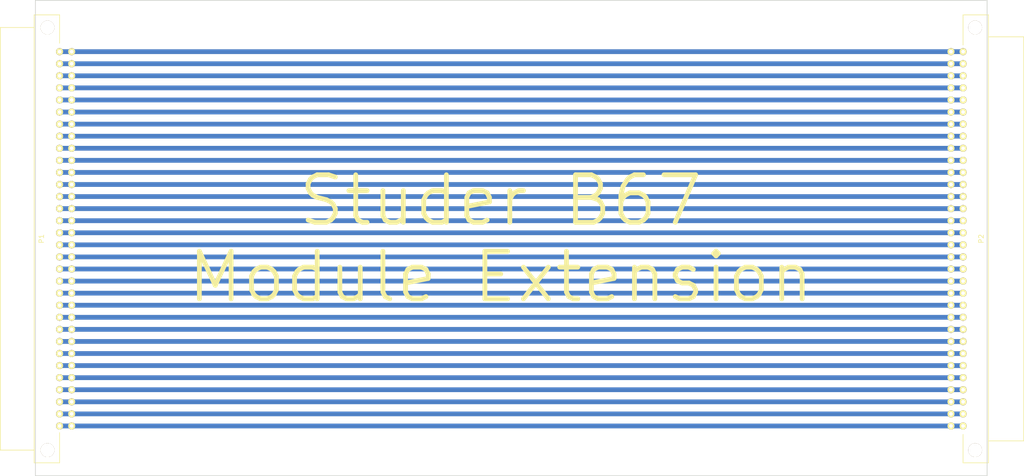
<source format=kicad_pcb>
(kicad_pcb (version 4) (host pcbnew 4.0.1-stable)

  (general
    (links 96)
    (no_connects 91)
    (area 43.108999 40.564999 258.810001 140.715001)
    (thickness 1.6)
    (drawings 5)
    (tracks 32)
    (zones 0)
    (modules 2)
    (nets 33)
  )

  (page A4)
  (title_block
    (title "Studer B67 Service Extension Board")
    (date 21.02.2016)
    (rev "v 1.0")
    (company "Wolfgang Reutz")
    (comment 1 "Use to calibrate Studer Modules")
  )

  (layers
    (0 F.Cu signal)
    (31 B.Cu signal)
    (32 B.Adhes user)
    (33 F.Adhes user)
    (34 B.Paste user)
    (35 F.Paste user)
    (36 B.SilkS user)
    (37 F.SilkS user)
    (38 B.Mask user)
    (39 F.Mask user)
    (40 Dwgs.User user)
    (41 Cmts.User user)
    (42 Eco1.User user)
    (43 Eco2.User user)
    (44 Edge.Cuts user)
    (45 Margin user)
    (46 B.CrtYd user)
    (47 F.CrtYd user)
    (48 B.Fab user)
    (49 F.Fab user)
  )

  (setup
    (last_trace_width 1)
    (trace_clearance 0.25)
    (zone_clearance 0.508)
    (zone_45_only no)
    (trace_min 0.2)
    (segment_width 0.2)
    (edge_width 0.15)
    (via_size 0.6)
    (via_drill 0.4)
    (via_min_size 0.4)
    (via_min_drill 0.3)
    (uvia_size 0.3)
    (uvia_drill 0.1)
    (uvias_allowed no)
    (uvia_min_size 0.2)
    (uvia_min_drill 0.1)
    (pcb_text_width 0.3)
    (pcb_text_size 1.5 1.5)
    (mod_edge_width 0.15)
    (mod_text_size 1 1)
    (mod_text_width 0.15)
    (pad_size 1.524 1.524)
    (pad_drill 0.762)
    (pad_to_mask_clearance 0.2)
    (aux_axis_origin 0 0)
    (visible_elements FFFFFF7F)
    (pcbplotparams
      (layerselection 0x01020_80000000)
      (usegerberextensions false)
      (excludeedgelayer true)
      (linewidth 0.100000)
      (plotframeref false)
      (viasonmask false)
      (mode 1)
      (useauxorigin false)
      (hpglpennumber 1)
      (hpglpenspeed 20)
      (hpglpendiameter 15)
      (hpglpenoverlay 2)
      (psnegative false)
      (psa4output false)
      (plotreference true)
      (plotvalue true)
      (plotinvisibletext false)
      (padsonsilk false)
      (subtractmaskfromsilk false)
      (outputformat 1)
      (mirror false)
      (drillshape 0)
      (scaleselection 1)
      (outputdirectory "CAM/Service Extension Board"))
  )

  (net 0 "")
  (net 1 "Net-(P1-PadA32)")
  (net 2 "Net-(P1-PadA31)")
  (net 3 "Net-(P1-PadA30)")
  (net 4 "Net-(P1-PadA29)")
  (net 5 "Net-(P1-PadA28)")
  (net 6 "Net-(P1-PadA27)")
  (net 7 "Net-(P1-PadA26)")
  (net 8 "Net-(P1-PadA25)")
  (net 9 "Net-(P1-PadA24)")
  (net 10 "Net-(P1-PadA23)")
  (net 11 "Net-(P1-PadA22)")
  (net 12 "Net-(P1-PadA21)")
  (net 13 "Net-(P1-PadA20)")
  (net 14 "Net-(P1-PadA19)")
  (net 15 "Net-(P1-PadA18)")
  (net 16 "Net-(P1-PadA17)")
  (net 17 "Net-(P1-PadA16)")
  (net 18 "Net-(P1-PadA15)")
  (net 19 "Net-(P1-PadA14)")
  (net 20 "Net-(P1-PadA13)")
  (net 21 "Net-(P1-PadA12)")
  (net 22 "Net-(P1-PadA11)")
  (net 23 "Net-(P1-PadA10)")
  (net 24 "Net-(P1-PadA9)")
  (net 25 "Net-(P1-PadA8)")
  (net 26 "Net-(P1-PadA7)")
  (net 27 "Net-(P1-PadA6)")
  (net 28 "Net-(P1-PadA5)")
  (net 29 "Net-(P1-PadA3)")
  (net 30 "Net-(P1-PadA4)")
  (net 31 "Net-(P1-PadA2)")
  (net 32 "Net-(P1-PadA1)")

  (net_class Default "This is the default net class."
    (clearance 0.25)
    (trace_width 1)
    (via_dia 0.6)
    (via_drill 0.4)
    (uvia_dia 0.3)
    (uvia_drill 0.1)
    (add_net "Net-(P1-PadA1)")
    (add_net "Net-(P1-PadA10)")
    (add_net "Net-(P1-PadA11)")
    (add_net "Net-(P1-PadA12)")
    (add_net "Net-(P1-PadA13)")
    (add_net "Net-(P1-PadA14)")
    (add_net "Net-(P1-PadA15)")
    (add_net "Net-(P1-PadA16)")
    (add_net "Net-(P1-PadA17)")
    (add_net "Net-(P1-PadA18)")
    (add_net "Net-(P1-PadA19)")
    (add_net "Net-(P1-PadA2)")
    (add_net "Net-(P1-PadA20)")
    (add_net "Net-(P1-PadA21)")
    (add_net "Net-(P1-PadA22)")
    (add_net "Net-(P1-PadA23)")
    (add_net "Net-(P1-PadA24)")
    (add_net "Net-(P1-PadA25)")
    (add_net "Net-(P1-PadA26)")
    (add_net "Net-(P1-PadA27)")
    (add_net "Net-(P1-PadA28)")
    (add_net "Net-(P1-PadA29)")
    (add_net "Net-(P1-PadA3)")
    (add_net "Net-(P1-PadA30)")
    (add_net "Net-(P1-PadA31)")
    (add_net "Net-(P1-PadA32)")
    (add_net "Net-(P1-PadA4)")
    (add_net "Net-(P1-PadA5)")
    (add_net "Net-(P1-PadA6)")
    (add_net "Net-(P1-PadA7)")
    (add_net "Net-(P1-PadA8)")
    (add_net "Net-(P1-PadA9)")
  )

  (module wreutz:Socket_DIN41612-CaseB1-Male_64Pin-2rows (layer F.Cu) (tedit 56CA344A) (tstamp 56CA880D)
    (at 57.15 90.805 270)
    (path /56C9FAE5)
    (fp_text reference P1 (at 0 5.08 270) (layer F.SilkS)
      (effects (font (size 1 1) (thickness 0.15)))
    )
    (fp_text value C64AB (at -2.54 11.43 270) (layer F.Fab)
      (effects (font (size 1 1) (thickness 0.15)))
    )
    (fp_line (start 44.45 6.604) (end 44.45 13.716) (layer F.SilkS) (width 0.15))
    (fp_line (start 44.45 13.716) (end -44.45 13.716) (layer F.SilkS) (width 0.15))
    (fp_line (start -44.45 13.716) (end -44.45 6.604) (layer F.SilkS) (width 0.15))
    (fp_line (start 47.117 1.27) (end 40.767 1.27) (layer F.SilkS) (width 0.15))
    (fp_line (start 47.117 1.27) (end 47.117 6.604) (layer F.SilkS) (width 0.15))
    (fp_line (start 47.117 6.604) (end -47.117 6.604) (layer F.SilkS) (width 0.15))
    (fp_line (start -47.117 6.604) (end -47.117 1.27) (layer F.SilkS) (width 0.15))
    (fp_line (start -47.117 1.27) (end -41.148 1.27) (layer F.SilkS) (width 0.15))
    (pad B32 thru_hole circle (at -39.37 1.27 90) (size 1.50114 1.50114) (drill 0.8001) (layers *.Cu *.Mask F.SilkS)
      (net 1 "Net-(P1-PadA32)"))
    (pad B31 thru_hole circle (at -36.83 1.27 90) (size 1.50114 1.50114) (drill 0.8001) (layers *.Cu *.Mask F.SilkS)
      (net 2 "Net-(P1-PadA31)"))
    (pad B30 thru_hole circle (at -34.29 1.27 90) (size 1.50114 1.50114) (drill 0.8001) (layers *.Cu *.Mask F.SilkS)
      (net 3 "Net-(P1-PadA30)"))
    (pad B29 thru_hole circle (at -31.75 1.27 90) (size 1.50114 1.50114) (drill 0.8001) (layers *.Cu *.Mask F.SilkS)
      (net 4 "Net-(P1-PadA29)"))
    (pad B28 thru_hole circle (at -29.21 1.27 90) (size 1.50114 1.50114) (drill 0.8001) (layers *.Cu *.Mask F.SilkS)
      (net 5 "Net-(P1-PadA28)"))
    (pad B27 thru_hole circle (at -26.67 1.27 90) (size 1.50114 1.50114) (drill 0.8001) (layers *.Cu *.Mask F.SilkS)
      (net 6 "Net-(P1-PadA27)"))
    (pad B26 thru_hole circle (at -24.13 1.27 90) (size 1.50114 1.50114) (drill 0.8001) (layers *.Cu *.Mask F.SilkS)
      (net 7 "Net-(P1-PadA26)"))
    (pad B25 thru_hole circle (at -21.59 1.27 90) (size 1.50114 1.50114) (drill 0.8001) (layers *.Cu *.Mask F.SilkS)
      (net 8 "Net-(P1-PadA25)"))
    (pad B24 thru_hole circle (at -19.05 1.27 90) (size 1.50114 1.50114) (drill 0.8001) (layers *.Cu *.Mask F.SilkS)
      (net 9 "Net-(P1-PadA24)"))
    (pad B23 thru_hole circle (at -16.51 1.27 90) (size 1.50114 1.50114) (drill 0.8001) (layers *.Cu *.Mask F.SilkS)
      (net 10 "Net-(P1-PadA23)"))
    (pad B22 thru_hole circle (at -13.97 1.27 90) (size 1.50114 1.50114) (drill 0.8001) (layers *.Cu *.Mask F.SilkS)
      (net 11 "Net-(P1-PadA22)"))
    (pad B21 thru_hole circle (at -11.43 1.27 90) (size 1.50114 1.50114) (drill 0.8001) (layers *.Cu *.Mask F.SilkS)
      (net 12 "Net-(P1-PadA21)"))
    (pad B20 thru_hole circle (at -8.89 1.27 90) (size 1.50114 1.50114) (drill 0.8001) (layers *.Cu *.Mask F.SilkS)
      (net 13 "Net-(P1-PadA20)"))
    (pad B19 thru_hole circle (at -6.35 1.27 90) (size 1.50114 1.50114) (drill 0.8001) (layers *.Cu *.Mask F.SilkS)
      (net 14 "Net-(P1-PadA19)"))
    (pad B18 thru_hole circle (at -3.81 1.27 90) (size 1.50114 1.50114) (drill 0.8001) (layers *.Cu *.Mask F.SilkS)
      (net 15 "Net-(P1-PadA18)"))
    (pad B17 thru_hole circle (at -1.27 1.27 90) (size 1.50114 1.50114) (drill 0.8001) (layers *.Cu *.Mask F.SilkS)
      (net 16 "Net-(P1-PadA17)"))
    (pad B16 thru_hole circle (at 1.27 1.27 90) (size 1.50114 1.50114) (drill 0.8001) (layers *.Cu *.Mask F.SilkS)
      (net 17 "Net-(P1-PadA16)"))
    (pad B15 thru_hole circle (at 3.81 1.27 90) (size 1.50114 1.50114) (drill 0.8001) (layers *.Cu *.Mask F.SilkS)
      (net 18 "Net-(P1-PadA15)"))
    (pad B14 thru_hole circle (at 6.35 1.27 90) (size 1.50114 1.50114) (drill 0.8001) (layers *.Cu *.Mask F.SilkS)
      (net 19 "Net-(P1-PadA14)"))
    (pad B13 thru_hole circle (at 8.89 1.27 90) (size 1.50114 1.50114) (drill 0.8001) (layers *.Cu *.Mask F.SilkS)
      (net 20 "Net-(P1-PadA13)"))
    (pad B12 thru_hole circle (at 11.43 1.27 90) (size 1.50114 1.50114) (drill 0.8001) (layers *.Cu *.Mask F.SilkS)
      (net 21 "Net-(P1-PadA12)"))
    (pad B11 thru_hole circle (at 13.97 1.27 90) (size 1.50114 1.50114) (drill 0.8001) (layers *.Cu *.Mask F.SilkS)
      (net 22 "Net-(P1-PadA11)"))
    (pad B10 thru_hole circle (at 16.51 1.27 90) (size 1.50114 1.50114) (drill 0.8001) (layers *.Cu *.Mask F.SilkS)
      (net 23 "Net-(P1-PadA10)"))
    (pad B9 thru_hole circle (at 19.05 1.27 90) (size 1.50114 1.50114) (drill 0.8001) (layers *.Cu *.Mask F.SilkS)
      (net 24 "Net-(P1-PadA9)"))
    (pad B8 thru_hole circle (at 21.59 1.27 90) (size 1.50114 1.50114) (drill 0.8001) (layers *.Cu *.Mask F.SilkS)
      (net 25 "Net-(P1-PadA8)"))
    (pad B7 thru_hole circle (at 24.13 1.27 90) (size 1.50114 1.50114) (drill 0.8001) (layers *.Cu *.Mask F.SilkS)
      (net 26 "Net-(P1-PadA7)"))
    (pad B6 thru_hole circle (at 26.67 1.27 90) (size 1.50114 1.50114) (drill 0.8001) (layers *.Cu *.Mask F.SilkS)
      (net 27 "Net-(P1-PadA6)"))
    (pad B5 thru_hole circle (at 29.21 1.27 90) (size 1.50114 1.50114) (drill 0.8001) (layers *.Cu *.Mask F.SilkS)
      (net 28 "Net-(P1-PadA5)"))
    (pad B3 thru_hole circle (at 34.29 1.27 90) (size 1.50114 1.50114) (drill 0.8001) (layers *.Cu *.Mask F.SilkS)
      (net 29 "Net-(P1-PadA3)"))
    (pad B4 thru_hole circle (at 31.75 1.27 90) (size 1.50114 1.50114) (drill 0.8001) (layers *.Cu *.Mask F.SilkS)
      (net 30 "Net-(P1-PadA4)"))
    (pad B2 thru_hole circle (at 36.83 1.27 90) (size 1.50114 1.50114) (drill 0.8001) (layers *.Cu *.Mask F.SilkS)
      (net 31 "Net-(P1-PadA2)"))
    (pad B1 thru_hole circle (at 39.37 1.27 90) (size 1.50114 1.50114) (drill 0.8001) (layers *.Cu *.Mask F.SilkS)
      (net 32 "Net-(P1-PadA1)"))
    (pad A1 thru_hole circle (at 39.37 -1.27 90) (size 1.50114 1.50114) (drill 0.8001) (layers *.Cu *.Mask F.SilkS)
      (net 32 "Net-(P1-PadA1)"))
    (pad A2 thru_hole circle (at 36.83 -1.27 90) (size 1.50114 1.50114) (drill 0.8001) (layers *.Cu *.Mask F.SilkS)
      (net 31 "Net-(P1-PadA2)"))
    (pad A4 thru_hole circle (at 31.75 -1.27 90) (size 1.50114 1.50114) (drill 0.8001) (layers *.Cu *.Mask F.SilkS)
      (net 30 "Net-(P1-PadA4)"))
    (pad A3 thru_hole circle (at 34.29 -1.27 90) (size 1.50114 1.50114) (drill 0.8001) (layers *.Cu *.Mask F.SilkS)
      (net 29 "Net-(P1-PadA3)"))
    (pad A5 thru_hole circle (at 29.21 -1.27 90) (size 1.50114 1.50114) (drill 0.8001) (layers *.Cu *.Mask F.SilkS)
      (net 28 "Net-(P1-PadA5)"))
    (pad A6 thru_hole circle (at 26.67 -1.27 90) (size 1.50114 1.50114) (drill 0.8001) (layers *.Cu *.Mask F.SilkS)
      (net 27 "Net-(P1-PadA6)"))
    (pad A7 thru_hole circle (at 24.13 -1.27 90) (size 1.50114 1.50114) (drill 0.8001) (layers *.Cu *.Mask F.SilkS)
      (net 26 "Net-(P1-PadA7)"))
    (pad A8 thru_hole circle (at 21.59 -1.27 90) (size 1.50114 1.50114) (drill 0.8001) (layers *.Cu *.Mask F.SilkS)
      (net 25 "Net-(P1-PadA8)"))
    (pad A9 thru_hole circle (at 19.05 -1.27 90) (size 1.50114 1.50114) (drill 0.8001) (layers *.Cu *.Mask F.SilkS)
      (net 24 "Net-(P1-PadA9)"))
    (pad A10 thru_hole circle (at 16.51 -1.27 90) (size 1.50114 1.50114) (drill 0.8001) (layers *.Cu *.Mask F.SilkS)
      (net 23 "Net-(P1-PadA10)"))
    (pad A11 thru_hole circle (at 13.97 -1.27 90) (size 1.50114 1.50114) (drill 0.8001) (layers *.Cu *.Mask F.SilkS)
      (net 22 "Net-(P1-PadA11)"))
    (pad A12 thru_hole circle (at 11.43 -1.27 90) (size 1.50114 1.50114) (drill 0.8001) (layers *.Cu *.Mask F.SilkS)
      (net 21 "Net-(P1-PadA12)"))
    (pad A13 thru_hole circle (at 8.89 -1.27 90) (size 1.50114 1.50114) (drill 0.8001) (layers *.Cu *.Mask F.SilkS)
      (net 20 "Net-(P1-PadA13)"))
    (pad A14 thru_hole circle (at 6.35 -1.27 90) (size 1.50114 1.50114) (drill 0.8001) (layers *.Cu *.Mask F.SilkS)
      (net 19 "Net-(P1-PadA14)"))
    (pad A15 thru_hole circle (at 3.81 -1.27 90) (size 1.50114 1.50114) (drill 0.8001) (layers *.Cu *.Mask F.SilkS)
      (net 18 "Net-(P1-PadA15)"))
    (pad A16 thru_hole circle (at 1.27 -1.27 90) (size 1.50114 1.50114) (drill 0.8001) (layers *.Cu *.Mask F.SilkS)
      (net 17 "Net-(P1-PadA16)"))
    (pad A17 thru_hole circle (at -1.27 -1.27 90) (size 1.50114 1.50114) (drill 0.8001) (layers *.Cu *.Mask F.SilkS)
      (net 16 "Net-(P1-PadA17)"))
    (pad A18 thru_hole circle (at -3.81 -1.27 90) (size 1.50114 1.50114) (drill 0.8001) (layers *.Cu *.Mask F.SilkS)
      (net 15 "Net-(P1-PadA18)"))
    (pad A19 thru_hole circle (at -6.35 -1.27 90) (size 1.50114 1.50114) (drill 0.8001) (layers *.Cu *.Mask F.SilkS)
      (net 14 "Net-(P1-PadA19)"))
    (pad A20 thru_hole circle (at -8.89 -1.27 90) (size 1.50114 1.50114) (drill 0.8001) (layers *.Cu *.Mask F.SilkS)
      (net 13 "Net-(P1-PadA20)"))
    (pad A21 thru_hole circle (at -11.43 -1.27 90) (size 1.50114 1.50114) (drill 0.8001) (layers *.Cu *.Mask F.SilkS)
      (net 12 "Net-(P1-PadA21)"))
    (pad A22 thru_hole circle (at -13.97 -1.27 90) (size 1.50114 1.50114) (drill 0.8001) (layers *.Cu *.Mask F.SilkS)
      (net 11 "Net-(P1-PadA22)"))
    (pad A23 thru_hole circle (at -16.51 -1.27 90) (size 1.50114 1.50114) (drill 0.8001) (layers *.Cu *.Mask F.SilkS)
      (net 10 "Net-(P1-PadA23)"))
    (pad A24 thru_hole circle (at -19.05 -1.27 90) (size 1.50114 1.50114) (drill 0.8001) (layers *.Cu *.Mask F.SilkS)
      (net 9 "Net-(P1-PadA24)"))
    (pad A25 thru_hole circle (at -21.59 -1.27 90) (size 1.50114 1.50114) (drill 0.8001) (layers *.Cu *.Mask F.SilkS)
      (net 8 "Net-(P1-PadA25)"))
    (pad A26 thru_hole circle (at -24.13 -1.27 90) (size 1.50114 1.50114) (drill 0.8001) (layers *.Cu *.Mask F.SilkS)
      (net 7 "Net-(P1-PadA26)"))
    (pad A27 thru_hole circle (at -26.67 -1.27 90) (size 1.50114 1.50114) (drill 0.8001) (layers *.Cu *.Mask F.SilkS)
      (net 6 "Net-(P1-PadA27)"))
    (pad A28 thru_hole circle (at -29.21 -1.27 90) (size 1.50114 1.50114) (drill 0.8001) (layers *.Cu *.Mask F.SilkS)
      (net 5 "Net-(P1-PadA28)"))
    (pad A29 thru_hole circle (at -31.75 -1.27 90) (size 1.50114 1.50114) (drill 0.8001) (layers *.Cu *.Mask F.SilkS)
      (net 4 "Net-(P1-PadA29)"))
    (pad A30 thru_hole circle (at -34.29 -1.27 90) (size 1.50114 1.50114) (drill 0.8001) (layers *.Cu *.Mask F.SilkS)
      (net 3 "Net-(P1-PadA30)"))
    (pad A31 thru_hole circle (at -36.83 -1.27 90) (size 1.50114 1.50114) (drill 0.8001) (layers *.Cu *.Mask F.SilkS)
      (net 2 "Net-(P1-PadA31)"))
    (pad A32 thru_hole circle (at -39.37 -1.27 90) (size 1.50114 1.50114) (drill 0.8001) (layers *.Cu *.Mask F.SilkS)
      (net 1 "Net-(P1-PadA32)"))
    (pad 1 thru_hole circle (at -44.45 3.81 270) (size 2.90068 2.90068) (drill 2.90068) (layers *.Cu *.Mask F.SilkS))
    (pad 1 thru_hole circle (at 44.45 3.81 270) (size 2.90068 2.90068) (drill 2.90068) (layers *.Cu *.Mask F.SilkS))
  )

  (module wreutz:Socket_DIN41612-CaseB1-Female_angled_64Pin-2rows (layer F.Cu) (tedit 56CA311A) (tstamp 56CA8853)
    (at 244.475 90.805 90)
    (path /56C9FA74)
    (fp_text reference P2 (at 0 5.08 90) (layer F.SilkS)
      (effects (font (size 1 1) (thickness 0.15)))
    )
    (fp_text value C64AB (at -2.54 11.43 90) (layer F.Fab)
      (effects (font (size 1 1) (thickness 0.15)))
    )
    (fp_line (start 42.5 6.604) (end 42.5 14.01) (layer F.SilkS) (width 0.15))
    (fp_line (start 42.5 14.01) (end -42.5 14.01) (layer F.SilkS) (width 0.15))
    (fp_line (start -42.5 14.01) (end -42.5 6.604) (layer F.SilkS) (width 0.15))
    (fp_line (start 47.117 1.27) (end 40.767 1.27) (layer F.SilkS) (width 0.15))
    (fp_line (start 47.117 1.27) (end 47.117 6.604) (layer F.SilkS) (width 0.15))
    (fp_line (start 47.117 6.604) (end -47.117 6.604) (layer F.SilkS) (width 0.15))
    (fp_line (start -47.117 6.604) (end -47.117 1.27) (layer F.SilkS) (width 0.15))
    (fp_line (start -47.117 1.27) (end -41.148 1.27) (layer F.SilkS) (width 0.15))
    (pad B1 thru_hole circle (at -39.37 1.27 270) (size 1.50114 1.50114) (drill 0.8001) (layers *.Cu *.Mask F.SilkS)
      (net 32 "Net-(P1-PadA1)"))
    (pad B2 thru_hole circle (at -36.83 1.27 270) (size 1.50114 1.50114) (drill 0.8001) (layers *.Cu *.Mask F.SilkS)
      (net 31 "Net-(P1-PadA2)"))
    (pad B3 thru_hole circle (at -34.29 1.27 270) (size 1.50114 1.50114) (drill 0.8001) (layers *.Cu *.Mask F.SilkS)
      (net 29 "Net-(P1-PadA3)"))
    (pad B4 thru_hole circle (at -31.75 1.27 270) (size 1.50114 1.50114) (drill 0.8001) (layers *.Cu *.Mask F.SilkS)
      (net 30 "Net-(P1-PadA4)"))
    (pad B5 thru_hole circle (at -29.21 1.27 270) (size 1.50114 1.50114) (drill 0.8001) (layers *.Cu *.Mask F.SilkS)
      (net 28 "Net-(P1-PadA5)"))
    (pad B6 thru_hole circle (at -26.67 1.27 270) (size 1.50114 1.50114) (drill 0.8001) (layers *.Cu *.Mask F.SilkS)
      (net 27 "Net-(P1-PadA6)"))
    (pad B7 thru_hole circle (at -24.13 1.27 270) (size 1.50114 1.50114) (drill 0.8001) (layers *.Cu *.Mask F.SilkS)
      (net 26 "Net-(P1-PadA7)"))
    (pad B8 thru_hole circle (at -21.59 1.27 270) (size 1.50114 1.50114) (drill 0.8001) (layers *.Cu *.Mask F.SilkS)
      (net 25 "Net-(P1-PadA8)"))
    (pad B9 thru_hole circle (at -19.05 1.27 270) (size 1.50114 1.50114) (drill 0.8001) (layers *.Cu *.Mask F.SilkS)
      (net 24 "Net-(P1-PadA9)"))
    (pad B10 thru_hole circle (at -16.51 1.27 270) (size 1.50114 1.50114) (drill 0.8001) (layers *.Cu *.Mask F.SilkS)
      (net 23 "Net-(P1-PadA10)"))
    (pad B11 thru_hole circle (at -13.97 1.27 270) (size 1.50114 1.50114) (drill 0.8001) (layers *.Cu *.Mask F.SilkS)
      (net 22 "Net-(P1-PadA11)"))
    (pad B12 thru_hole circle (at -11.43 1.27 270) (size 1.50114 1.50114) (drill 0.8001) (layers *.Cu *.Mask F.SilkS)
      (net 21 "Net-(P1-PadA12)"))
    (pad B13 thru_hole circle (at -8.89 1.27 270) (size 1.50114 1.50114) (drill 0.8001) (layers *.Cu *.Mask F.SilkS)
      (net 20 "Net-(P1-PadA13)"))
    (pad B14 thru_hole circle (at -6.35 1.27 270) (size 1.50114 1.50114) (drill 0.8001) (layers *.Cu *.Mask F.SilkS)
      (net 19 "Net-(P1-PadA14)"))
    (pad B15 thru_hole circle (at -3.81 1.27 270) (size 1.50114 1.50114) (drill 0.8001) (layers *.Cu *.Mask F.SilkS)
      (net 18 "Net-(P1-PadA15)"))
    (pad B16 thru_hole circle (at -1.27 1.27 270) (size 1.50114 1.50114) (drill 0.8001) (layers *.Cu *.Mask F.SilkS)
      (net 17 "Net-(P1-PadA16)"))
    (pad B17 thru_hole circle (at 1.27 1.27 270) (size 1.50114 1.50114) (drill 0.8001) (layers *.Cu *.Mask F.SilkS)
      (net 16 "Net-(P1-PadA17)"))
    (pad B18 thru_hole circle (at 3.81 1.27 270) (size 1.50114 1.50114) (drill 0.8001) (layers *.Cu *.Mask F.SilkS)
      (net 15 "Net-(P1-PadA18)"))
    (pad B19 thru_hole circle (at 6.35 1.27 270) (size 1.50114 1.50114) (drill 0.8001) (layers *.Cu *.Mask F.SilkS)
      (net 14 "Net-(P1-PadA19)"))
    (pad B20 thru_hole circle (at 8.89 1.27 270) (size 1.50114 1.50114) (drill 0.8001) (layers *.Cu *.Mask F.SilkS)
      (net 13 "Net-(P1-PadA20)"))
    (pad B21 thru_hole circle (at 11.43 1.27 270) (size 1.50114 1.50114) (drill 0.8001) (layers *.Cu *.Mask F.SilkS)
      (net 12 "Net-(P1-PadA21)"))
    (pad B22 thru_hole circle (at 13.97 1.27 270) (size 1.50114 1.50114) (drill 0.8001) (layers *.Cu *.Mask F.SilkS)
      (net 11 "Net-(P1-PadA22)"))
    (pad B23 thru_hole circle (at 16.51 1.27 270) (size 1.50114 1.50114) (drill 0.8001) (layers *.Cu *.Mask F.SilkS)
      (net 10 "Net-(P1-PadA23)"))
    (pad B24 thru_hole circle (at 19.05 1.27 270) (size 1.50114 1.50114) (drill 0.8001) (layers *.Cu *.Mask F.SilkS)
      (net 9 "Net-(P1-PadA24)"))
    (pad B25 thru_hole circle (at 21.59 1.27 270) (size 1.50114 1.50114) (drill 0.8001) (layers *.Cu *.Mask F.SilkS)
      (net 8 "Net-(P1-PadA25)"))
    (pad B26 thru_hole circle (at 24.13 1.27 270) (size 1.50114 1.50114) (drill 0.8001) (layers *.Cu *.Mask F.SilkS)
      (net 7 "Net-(P1-PadA26)"))
    (pad B27 thru_hole circle (at 26.67 1.27 270) (size 1.50114 1.50114) (drill 0.8001) (layers *.Cu *.Mask F.SilkS)
      (net 6 "Net-(P1-PadA27)"))
    (pad B28 thru_hole circle (at 29.21 1.27 270) (size 1.50114 1.50114) (drill 0.8001) (layers *.Cu *.Mask F.SilkS)
      (net 5 "Net-(P1-PadA28)"))
    (pad B30 thru_hole circle (at 34.29 1.27 270) (size 1.50114 1.50114) (drill 0.8001) (layers *.Cu *.Mask F.SilkS)
      (net 3 "Net-(P1-PadA30)"))
    (pad B29 thru_hole circle (at 31.75 1.27 270) (size 1.50114 1.50114) (drill 0.8001) (layers *.Cu *.Mask F.SilkS)
      (net 4 "Net-(P1-PadA29)"))
    (pad B31 thru_hole circle (at 36.83 1.27 270) (size 1.50114 1.50114) (drill 0.8001) (layers *.Cu *.Mask F.SilkS)
      (net 2 "Net-(P1-PadA31)"))
    (pad B32 thru_hole circle (at 39.37 1.27 270) (size 1.50114 1.50114) (drill 0.8001) (layers *.Cu *.Mask F.SilkS)
      (net 1 "Net-(P1-PadA32)"))
    (pad A32 thru_hole circle (at 39.37 -1.27 270) (size 1.50114 1.50114) (drill 0.8001) (layers *.Cu *.Mask F.SilkS)
      (net 1 "Net-(P1-PadA32)"))
    (pad A31 thru_hole circle (at 36.83 -1.27 270) (size 1.50114 1.50114) (drill 0.8001) (layers *.Cu *.Mask F.SilkS)
      (net 2 "Net-(P1-PadA31)"))
    (pad A29 thru_hole circle (at 31.75 -1.27 270) (size 1.50114 1.50114) (drill 0.8001) (layers *.Cu *.Mask F.SilkS)
      (net 4 "Net-(P1-PadA29)"))
    (pad A30 thru_hole circle (at 34.29 -1.27 270) (size 1.50114 1.50114) (drill 0.8001) (layers *.Cu *.Mask F.SilkS)
      (net 3 "Net-(P1-PadA30)"))
    (pad A28 thru_hole circle (at 29.21 -1.27 270) (size 1.50114 1.50114) (drill 0.8001) (layers *.Cu *.Mask F.SilkS)
      (net 5 "Net-(P1-PadA28)"))
    (pad A27 thru_hole circle (at 26.67 -1.27 270) (size 1.50114 1.50114) (drill 0.8001) (layers *.Cu *.Mask F.SilkS)
      (net 6 "Net-(P1-PadA27)"))
    (pad A26 thru_hole circle (at 24.13 -1.27 270) (size 1.50114 1.50114) (drill 0.8001) (layers *.Cu *.Mask F.SilkS)
      (net 7 "Net-(P1-PadA26)"))
    (pad A25 thru_hole circle (at 21.59 -1.27 270) (size 1.50114 1.50114) (drill 0.8001) (layers *.Cu *.Mask F.SilkS)
      (net 8 "Net-(P1-PadA25)"))
    (pad A24 thru_hole circle (at 19.05 -1.27 270) (size 1.50114 1.50114) (drill 0.8001) (layers *.Cu *.Mask F.SilkS)
      (net 9 "Net-(P1-PadA24)"))
    (pad A23 thru_hole circle (at 16.51 -1.27 270) (size 1.50114 1.50114) (drill 0.8001) (layers *.Cu *.Mask F.SilkS)
      (net 10 "Net-(P1-PadA23)"))
    (pad A22 thru_hole circle (at 13.97 -1.27 270) (size 1.50114 1.50114) (drill 0.8001) (layers *.Cu *.Mask F.SilkS)
      (net 11 "Net-(P1-PadA22)"))
    (pad A21 thru_hole circle (at 11.43 -1.27 270) (size 1.50114 1.50114) (drill 0.8001) (layers *.Cu *.Mask F.SilkS)
      (net 12 "Net-(P1-PadA21)"))
    (pad A20 thru_hole circle (at 8.89 -1.27 270) (size 1.50114 1.50114) (drill 0.8001) (layers *.Cu *.Mask F.SilkS)
      (net 13 "Net-(P1-PadA20)"))
    (pad A19 thru_hole circle (at 6.35 -1.27 270) (size 1.50114 1.50114) (drill 0.8001) (layers *.Cu *.Mask F.SilkS)
      (net 14 "Net-(P1-PadA19)"))
    (pad A18 thru_hole circle (at 3.81 -1.27 270) (size 1.50114 1.50114) (drill 0.8001) (layers *.Cu *.Mask F.SilkS)
      (net 15 "Net-(P1-PadA18)"))
    (pad A17 thru_hole circle (at 1.27 -1.27 270) (size 1.50114 1.50114) (drill 0.8001) (layers *.Cu *.Mask F.SilkS)
      (net 16 "Net-(P1-PadA17)"))
    (pad A16 thru_hole circle (at -1.27 -1.27 270) (size 1.50114 1.50114) (drill 0.8001) (layers *.Cu *.Mask F.SilkS)
      (net 17 "Net-(P1-PadA16)"))
    (pad A15 thru_hole circle (at -3.81 -1.27 270) (size 1.50114 1.50114) (drill 0.8001) (layers *.Cu *.Mask F.SilkS)
      (net 18 "Net-(P1-PadA15)"))
    (pad A14 thru_hole circle (at -6.35 -1.27 270) (size 1.50114 1.50114) (drill 0.8001) (layers *.Cu *.Mask F.SilkS)
      (net 19 "Net-(P1-PadA14)"))
    (pad A13 thru_hole circle (at -8.89 -1.27 270) (size 1.50114 1.50114) (drill 0.8001) (layers *.Cu *.Mask F.SilkS)
      (net 20 "Net-(P1-PadA13)"))
    (pad A12 thru_hole circle (at -11.43 -1.27 270) (size 1.50114 1.50114) (drill 0.8001) (layers *.Cu *.Mask F.SilkS)
      (net 21 "Net-(P1-PadA12)"))
    (pad A11 thru_hole circle (at -13.97 -1.27 270) (size 1.50114 1.50114) (drill 0.8001) (layers *.Cu *.Mask F.SilkS)
      (net 22 "Net-(P1-PadA11)"))
    (pad A10 thru_hole circle (at -16.51 -1.27 270) (size 1.50114 1.50114) (drill 0.8001) (layers *.Cu *.Mask F.SilkS)
      (net 23 "Net-(P1-PadA10)"))
    (pad A9 thru_hole circle (at -19.05 -1.27 270) (size 1.50114 1.50114) (drill 0.8001) (layers *.Cu *.Mask F.SilkS)
      (net 24 "Net-(P1-PadA9)"))
    (pad A8 thru_hole circle (at -21.59 -1.27 270) (size 1.50114 1.50114) (drill 0.8001) (layers *.Cu *.Mask F.SilkS)
      (net 25 "Net-(P1-PadA8)"))
    (pad A7 thru_hole circle (at -24.13 -1.27 270) (size 1.50114 1.50114) (drill 0.8001) (layers *.Cu *.Mask F.SilkS)
      (net 26 "Net-(P1-PadA7)"))
    (pad A6 thru_hole circle (at -26.67 -1.27 270) (size 1.50114 1.50114) (drill 0.8001) (layers *.Cu *.Mask F.SilkS)
      (net 27 "Net-(P1-PadA6)"))
    (pad A5 thru_hole circle (at -29.21 -1.27 270) (size 1.50114 1.50114) (drill 0.8001) (layers *.Cu *.Mask F.SilkS)
      (net 28 "Net-(P1-PadA5)"))
    (pad A4 thru_hole circle (at -31.75 -1.27 270) (size 1.50114 1.50114) (drill 0.8001) (layers *.Cu *.Mask F.SilkS)
      (net 30 "Net-(P1-PadA4)"))
    (pad A3 thru_hole circle (at -34.29 -1.27 270) (size 1.50114 1.50114) (drill 0.8001) (layers *.Cu *.Mask F.SilkS)
      (net 29 "Net-(P1-PadA3)"))
    (pad A2 thru_hole circle (at -36.83 -1.27 270) (size 1.50114 1.50114) (drill 0.8001) (layers *.Cu *.Mask F.SilkS)
      (net 31 "Net-(P1-PadA2)"))
    (pad A1 thru_hole circle (at -39.37 -1.27 270) (size 1.50114 1.50114) (drill 0.8001) (layers *.Cu *.Mask F.SilkS)
      (net 32 "Net-(P1-PadA1)"))
    (pad 1 thru_hole circle (at -44.45 3.81 90) (size 2.90068 2.90068) (drill 2.90068) (layers *.Cu *.Mask F.SilkS))
    (pad 1 thru_hole circle (at 44.45 3.81 90) (size 2.90068 2.90068) (drill 2.90068) (layers *.Cu *.Mask F.SilkS))
  )

  (gr_text "Studer B67\nModule Extension" (at 148.59 90.805) (layer F.SilkS)
    (effects (font (size 10 10) (thickness 1)))
  )
  (gr_line (start 50.8 140.64) (end 50.8 40.64) (layer Edge.Cuts) (width 0.15))
  (gr_line (start 250.8 140.64) (end 50.8 140.64) (layer Edge.Cuts) (width 0.15))
  (gr_line (start 250.8 40.64) (end 250.8 140.64) (layer Edge.Cuts) (width 0.15))
  (gr_line (start 50.8 40.64) (end 250.8 40.64) (layer Edge.Cuts) (width 0.15))

  (segment (start 55.88 51.435) (end 245.745 51.435) (width 1) (layer B.Cu) (net 1))
  (segment (start 55.88 53.975) (end 245.745 53.975) (width 1) (layer B.Cu) (net 2))
  (segment (start 55.88 56.515) (end 245.745 56.515) (width 1) (layer B.Cu) (net 3))
  (segment (start 55.88 59.055) (end 245.745 59.055) (width 1) (layer B.Cu) (net 4))
  (segment (start 55.88 61.595) (end 245.745 61.595) (width 1) (layer B.Cu) (net 5))
  (segment (start 55.88 64.135) (end 245.745 64.135) (width 1) (layer B.Cu) (net 6))
  (segment (start 55.88 66.675) (end 245.745 66.675) (width 1) (layer B.Cu) (net 7))
  (segment (start 55.88 69.215) (end 245.745 69.215) (width 1) (layer B.Cu) (net 8))
  (segment (start 55.88 71.755) (end 245.745 71.755) (width 1) (layer B.Cu) (net 9))
  (segment (start 55.88 74.295) (end 245.745 74.295) (width 1) (layer B.Cu) (net 10))
  (segment (start 55.88 76.835) (end 245.745 76.835) (width 1) (layer B.Cu) (net 11))
  (segment (start 55.88 79.375) (end 245.745 79.375) (width 1) (layer B.Cu) (net 12))
  (segment (start 55.88 81.915) (end 245.745 81.915) (width 1) (layer B.Cu) (net 13))
  (segment (start 55.88 84.455) (end 245.745 84.455) (width 1) (layer B.Cu) (net 14))
  (segment (start 55.88 86.995) (end 245.745 86.995) (width 1) (layer B.Cu) (net 15))
  (segment (start 55.88 89.535) (end 245.745 89.535) (width 1) (layer B.Cu) (net 16))
  (segment (start 55.88 92.075) (end 245.745 92.075) (width 1) (layer B.Cu) (net 17))
  (segment (start 55.88 94.615) (end 245.745 94.615) (width 1) (layer B.Cu) (net 18))
  (segment (start 55.88 97.155) (end 245.745 97.155) (width 1) (layer B.Cu) (net 19))
  (segment (start 55.88 99.695) (end 245.745 99.695) (width 1) (layer B.Cu) (net 20))
  (segment (start 55.88 102.235) (end 245.745 102.235) (width 1) (layer B.Cu) (net 21))
  (segment (start 55.88 104.775) (end 245.745 104.775) (width 1) (layer B.Cu) (net 22))
  (segment (start 55.88 107.315) (end 245.745 107.315) (width 1) (layer B.Cu) (net 23))
  (segment (start 55.88 109.855) (end 245.745 109.855) (width 1) (layer B.Cu) (net 24))
  (segment (start 55.88 112.395) (end 245.745 112.395) (width 1) (layer B.Cu) (net 25))
  (segment (start 55.88 114.935) (end 245.745 114.935) (width 1) (layer B.Cu) (net 26))
  (segment (start 55.88 117.475) (end 245.745 117.475) (width 1) (layer B.Cu) (net 27))
  (segment (start 55.88 120.015) (end 245.745 120.015) (width 1) (layer B.Cu) (net 28))
  (segment (start 55.88 125.095) (end 245.745 125.095) (width 1) (layer B.Cu) (net 29))
  (segment (start 55.88 122.555) (end 245.745 122.555) (width 1) (layer B.Cu) (net 30))
  (segment (start 55.88 127.635) (end 245.745 127.635) (width 1) (layer B.Cu) (net 31))
  (segment (start 55.88 130.175) (end 245.745 130.175) (width 1) (layer B.Cu) (net 32))

)

</source>
